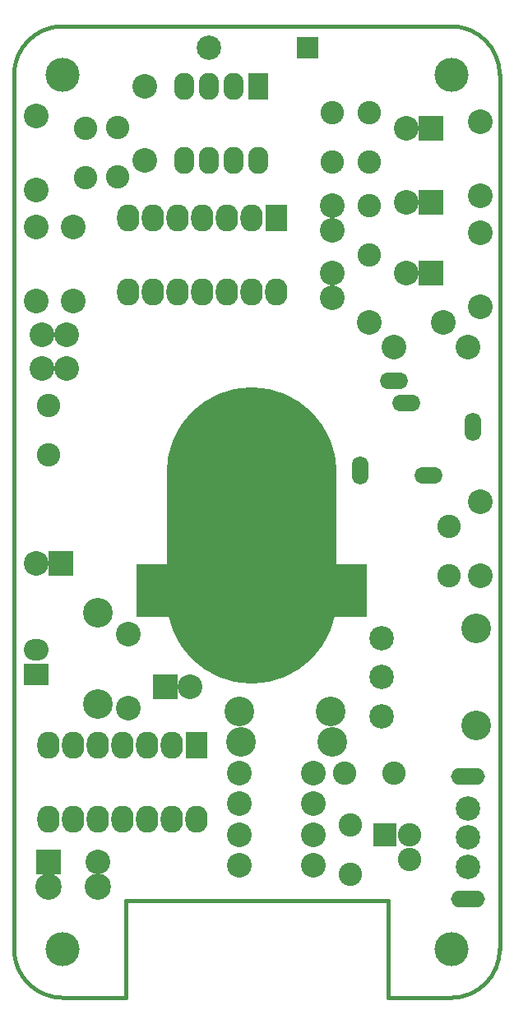
<source format=gbs>
G04 #@! TF.GenerationSoftware,KiCad,Pcbnew,(5.1.0)-1*
G04 #@! TF.CreationDate,2020-05-25T12:21:08+01:00*
G04 #@! TF.ProjectId,Bat_Listener_v4,4261745f-4c69-4737-9465-6e65725f7634,rev?*
G04 #@! TF.SameCoordinates,PX5f21070PY85c0b90*
G04 #@! TF.FileFunction,Soldermask,Bot*
G04 #@! TF.FilePolarity,Negative*
%FSLAX46Y46*%
G04 Gerber Fmt 4.6, Leading zero omitted, Abs format (unit mm)*
G04 Created by KiCad (PCBNEW (5.1.0)-1) date 2020-05-25 12:21:08*
%MOMM*%
%LPD*%
G04 APERTURE LIST*
%ADD10C,0.381000*%
%ADD11R,3.508000X5.508000*%
%ADD12O,17.508000X30.508000*%
%ADD13C,3.048000*%
%ADD14C,2.508000*%
%ADD15C,2.540000*%
%ADD16R,2.540000X2.540000*%
%ADD17R,2.540000X2.235200*%
%ADD18O,2.540000X2.235200*%
%ADD19C,2.413000*%
%ADD20R,2.413000X2.413000*%
%ADD21O,3.508000X1.708000*%
%ADD22C,2.707640*%
%ADD23O,2.286000X2.794000*%
%ADD24R,2.286000X2.794000*%
%ADD25R,2.082800X2.794000*%
%ADD26O,2.082800X2.794000*%
%ADD27R,2.308860X2.308860*%
%ADD28C,3.508000*%
%ADD29O,1.708000X2.908000*%
%ADD30O,2.908000X1.708000*%
G04 APERTURE END LIST*
D10*
X50250000Y5250000D02*
X50250000Y95250000D01*
X38750000Y250000D02*
X45250000Y250000D01*
X38750000Y10250000D02*
X38750000Y250000D01*
X11750000Y10250000D02*
X38750000Y10250000D01*
X11750000Y250000D02*
X11750000Y10250000D01*
X5250000Y250000D02*
X11750000Y250000D01*
X250000Y5250000D02*
G75*
G03X5250000Y250000I5000000J0D01*
G01*
X45250000Y250000D02*
G75*
G03X50250000Y5250000I0J5000000D01*
G01*
X50250000Y95250000D02*
G75*
G03X45250000Y100250000I-5000000J0D01*
G01*
X5250000Y100250000D02*
G75*
G03X250000Y95250000I0J-5000000D01*
G01*
X45250000Y100250000D02*
X5250000Y100250000D01*
X250000Y95250000D02*
X250000Y5250000D01*
D11*
X14555000Y42145000D03*
X34875000Y42145000D03*
D12*
X24715000Y47860000D03*
D13*
X47800000Y28255000D03*
D14*
X38050000Y37255000D03*
D13*
X47800000Y38255000D03*
D14*
X38050000Y29255000D03*
X38050000Y33255000D03*
D15*
X18360000Y32300000D03*
D16*
X15820000Y32300000D03*
D13*
X32838000Y29760000D03*
X23440000Y29760000D03*
X8840000Y30522000D03*
X8840000Y39920000D03*
X23567000Y26585000D03*
X32965000Y26585000D03*
D17*
X2485000Y33570000D03*
D18*
X2485000Y36110000D03*
D19*
X40966000Y14520000D03*
X40966000Y17060000D03*
D20*
X38426000Y17060000D03*
D14*
X46965400Y16737380D03*
X46940000Y19745000D03*
X46940000Y13745000D03*
D21*
X46940000Y23045000D03*
X46940000Y10445000D03*
D16*
X3760000Y14205000D03*
D15*
X8840000Y14205000D03*
D22*
X3760000Y11665000D03*
X8840000Y11665000D03*
D23*
X27250000Y72940000D03*
X24710000Y72940000D03*
X22170000Y72940000D03*
X19630000Y72940000D03*
X17090000Y72940000D03*
X14550000Y72940000D03*
X12010000Y72940000D03*
X12010000Y80560000D03*
X14550000Y80560000D03*
X17090000Y80560000D03*
X19630000Y80560000D03*
X22170000Y80560000D03*
X24710000Y80560000D03*
D24*
X27250000Y80560000D03*
D23*
X19000000Y18650000D03*
X16460000Y18650000D03*
X13920000Y18650000D03*
X11380000Y18650000D03*
X8840000Y18650000D03*
X6300000Y18650000D03*
X3760000Y18650000D03*
X3760000Y26270000D03*
X6300000Y26270000D03*
X8840000Y26270000D03*
X11380000Y26270000D03*
X13920000Y26270000D03*
X16460000Y26270000D03*
D24*
X19000000Y26270000D03*
D25*
X25350000Y94088000D03*
D26*
X22810000Y94088000D03*
X20270000Y94088000D03*
X17730000Y94088000D03*
X17730000Y86468000D03*
X20270000Y86468000D03*
X22810000Y86468000D03*
X25350000Y86468000D03*
D27*
X30430000Y98025000D03*
D14*
X20270000Y98025000D03*
D28*
X45250000Y95250000D03*
X5250000Y95250000D03*
X5250000Y5250000D03*
X45250000Y5250000D03*
D15*
X40590000Y82150000D03*
D16*
X43130000Y82150000D03*
D15*
X40590000Y89770000D03*
D16*
X43130000Y89770000D03*
D15*
X40585000Y74845000D03*
D16*
X43125000Y74845000D03*
D15*
X2485000Y45000000D03*
D16*
X5025000Y45000000D03*
D15*
X48210000Y43730000D03*
X48210000Y51350000D03*
X48210000Y71355000D03*
X48210000Y78975000D03*
X48210000Y82785000D03*
X48210000Y90405000D03*
X13666000Y94088000D03*
X13666000Y86468000D03*
X2490000Y83420000D03*
X2490000Y91040000D03*
X6300000Y71990000D03*
X6300000Y79610000D03*
X12015000Y30080000D03*
X12015000Y37700000D03*
X31060000Y13885000D03*
X23440000Y13885000D03*
X2490000Y71990000D03*
X2490000Y79610000D03*
X31060000Y17060000D03*
X23440000Y17060000D03*
X44395000Y69765000D03*
X36775000Y69765000D03*
X23440000Y20235000D03*
X31060000Y20235000D03*
X46935000Y67225000D03*
X39315000Y67225000D03*
X23440000Y23410000D03*
X31060000Y23410000D03*
D29*
X35870000Y54505000D03*
D30*
X39370000Y63755000D03*
X42870000Y54005000D03*
D29*
X47470000Y59005000D03*
D30*
X40620000Y61505000D03*
D19*
X36775000Y91355000D03*
X36775000Y86275000D03*
X32965000Y86275000D03*
X32965000Y91355000D03*
X10867000Y89831000D03*
X10867000Y84751000D03*
X7570000Y89770000D03*
X7570000Y84690000D03*
X36775000Y81830000D03*
X36775000Y76750000D03*
X3760000Y61195000D03*
X3760000Y56115000D03*
X34875000Y18015000D03*
X34875000Y12935000D03*
X45035000Y48810000D03*
X45035000Y43730000D03*
X34235000Y23410000D03*
X39315000Y23410000D03*
D15*
X32965000Y79290000D03*
X32965000Y81830000D03*
X3125000Y65005000D03*
X5665000Y65005000D03*
X5660000Y68495000D03*
X3120000Y68495000D03*
X32965000Y74845000D03*
X32965000Y72305000D03*
M02*

</source>
